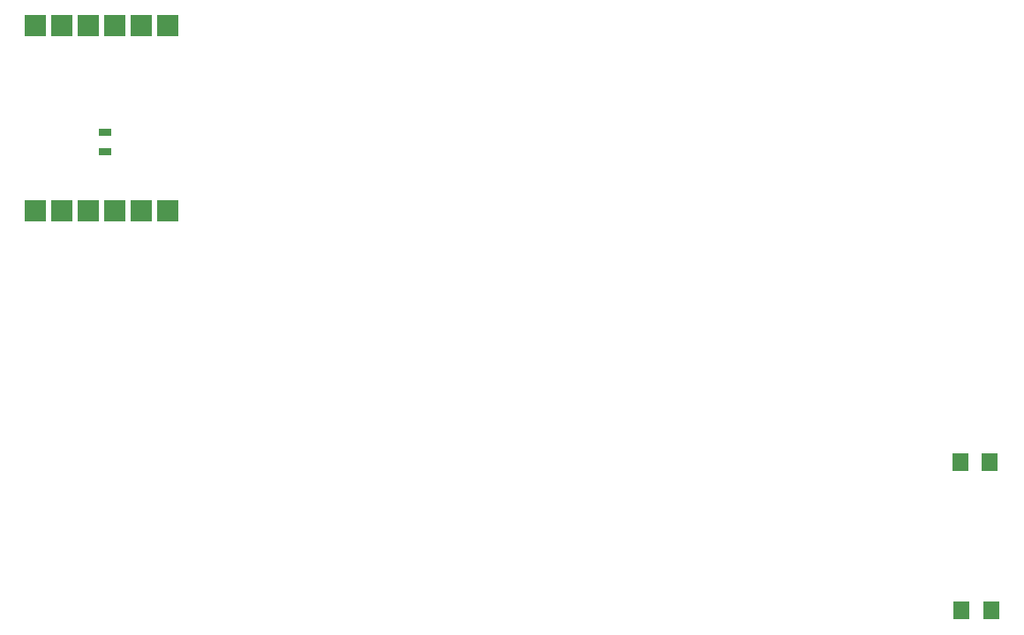
<source format=gbr>
G04 #@! TF.FileFunction,Paste,Top*
%FSLAX46Y46*%
G04 Gerber Fmt 4.6, Leading zero omitted, Abs format (unit mm)*
G04 Created by KiCad (PCBNEW (2014-12-08 BZR 5317)-product) date mar. 23 déc. 2014 08:50:27 CET*
%MOMM*%
G01*
G04 APERTURE LIST*
%ADD10C,0.150000*%
%ADD11R,1.597660X1.800860*%
%ADD12R,1.300000X0.700000*%
%ADD13R,2.032000X2.032000*%
G04 APERTURE END LIST*
D10*
D11*
X205971140Y-127762000D03*
X208810860Y-127762000D03*
X205844140Y-113538000D03*
X208683860Y-113538000D03*
D12*
X123825000Y-81854000D03*
X123825000Y-83754000D03*
D13*
X117094000Y-89408000D03*
X119634000Y-89408000D03*
X122174000Y-89408000D03*
X124714000Y-89408000D03*
X127254000Y-89408000D03*
X129794000Y-89408000D03*
X129794000Y-71628000D03*
X127254000Y-71628000D03*
X124714000Y-71628000D03*
X122174000Y-71628000D03*
X119634000Y-71628000D03*
X117094000Y-71628000D03*
M02*

</source>
